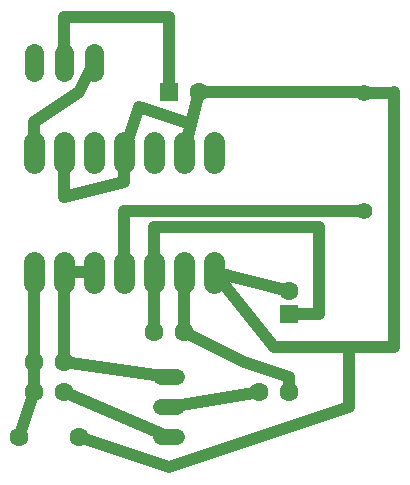
<source format=gbl>
G75*
%MOIN*%
%OFA0B0*%
%FSLAX25Y25*%
%IPPOS*%
%LPD*%
%AMOC8*
5,1,8,0,0,1.08239X$1,22.5*
%
%ADD10C,0.07087*%
%ADD11C,0.06299*%
%ADD12R,0.06299X0.06299*%
%ADD13C,0.06299*%
%ADD14C,0.05512*%
%ADD15C,0.05200*%
%ADD16C,0.04000*%
D10*
X0024937Y0076394D02*
X0024937Y0083480D01*
X0034937Y0083480D02*
X0034937Y0076394D01*
X0044937Y0076394D02*
X0044937Y0083480D01*
X0054937Y0083480D02*
X0054937Y0076394D01*
X0064937Y0076394D02*
X0064937Y0083480D01*
X0074937Y0083480D02*
X0074937Y0076394D01*
X0084937Y0076394D02*
X0084937Y0083480D01*
X0084937Y0116394D02*
X0084937Y0123480D01*
X0074937Y0123480D02*
X0074937Y0116394D01*
X0064937Y0116394D02*
X0064937Y0123480D01*
X0054937Y0123480D02*
X0054937Y0116394D01*
X0044937Y0116394D02*
X0044937Y0123480D01*
X0034937Y0123480D02*
X0034937Y0116394D01*
X0024937Y0116394D02*
X0024937Y0123480D01*
D11*
X0019937Y0024937D03*
X0024937Y0039937D03*
X0034937Y0039937D03*
X0034937Y0049937D03*
X0024937Y0049937D03*
X0039937Y0024937D03*
X0064937Y0059937D03*
X0074937Y0059937D03*
X0099937Y0039937D03*
X0109937Y0039937D03*
X0109937Y0073874D03*
X0079937Y0139937D03*
D12*
X0069937Y0139937D03*
X0109937Y0066000D03*
D13*
X0044937Y0146787D02*
X0044937Y0153087D01*
X0034937Y0153087D02*
X0034937Y0146787D01*
X0024937Y0146787D02*
X0024937Y0153087D01*
D14*
X0134937Y0139622D03*
X0134937Y0100252D03*
D15*
X0072537Y0044937D02*
X0067337Y0044937D01*
X0067337Y0034937D02*
X0072537Y0034937D01*
X0072537Y0024937D02*
X0067337Y0024937D01*
D16*
X0069937Y0024937D02*
X0034937Y0039937D01*
X0024937Y0039937D02*
X0024937Y0049937D01*
X0024937Y0079937D01*
X0034937Y0079937D02*
X0044937Y0079937D01*
X0054937Y0079937D02*
X0054937Y0100252D01*
X0134937Y0100252D01*
X0119937Y0094937D02*
X0064937Y0094937D01*
X0064937Y0079937D01*
X0064937Y0059937D01*
X0074937Y0059937D02*
X0094937Y0049937D01*
X0109937Y0044937D01*
X0109937Y0039937D01*
X0099937Y0039937D02*
X0069937Y0034937D01*
X0069937Y0044937D02*
X0034937Y0049937D01*
X0034937Y0079937D01*
X0034937Y0104937D02*
X0054937Y0109937D01*
X0054937Y0119937D01*
X0059937Y0134937D01*
X0077290Y0129349D01*
X0079937Y0139937D01*
X0134937Y0139937D01*
X0134937Y0139622D01*
X0144937Y0139622D01*
X0144937Y0139937D01*
X0144937Y0139622D02*
X0144937Y0054937D01*
X0129937Y0054937D01*
X0129937Y0034937D01*
X0069937Y0014937D01*
X0039937Y0024937D01*
X0019937Y0024937D02*
X0024937Y0039937D01*
X0074937Y0059937D02*
X0074937Y0079937D01*
X0084937Y0079937D02*
X0104937Y0054937D01*
X0129937Y0054937D01*
X0119937Y0066000D02*
X0119937Y0094937D01*
X0109937Y0073874D02*
X0084937Y0079937D01*
X0109937Y0066000D02*
X0119937Y0066000D01*
X0074937Y0119937D02*
X0077290Y0129349D01*
X0069937Y0139937D02*
X0069937Y0164937D01*
X0034937Y0164937D01*
X0034937Y0149937D01*
X0044937Y0149937D02*
X0039937Y0139937D01*
X0024937Y0129937D01*
X0024937Y0119937D01*
X0034937Y0119937D02*
X0034937Y0104937D01*
M02*

</source>
